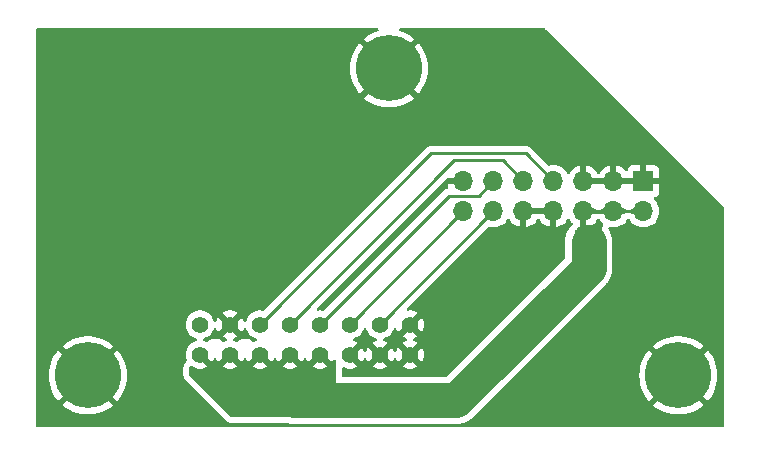
<source format=gtl>
G04 #@! TF.GenerationSoftware,KiCad,Pcbnew,7.0.8-7.0.8~ubuntu22.04.1*
G04 #@! TF.CreationDate,2024-01-26T15:51:07+01:00*
G04 #@! TF.ProjectId,rail,7261696c-2e6b-4696-9361-645f70636258,rev?*
G04 #@! TF.SameCoordinates,Original*
G04 #@! TF.FileFunction,Copper,L1,Top*
G04 #@! TF.FilePolarity,Positive*
%FSLAX46Y46*%
G04 Gerber Fmt 4.6, Leading zero omitted, Abs format (unit mm)*
G04 Created by KiCad (PCBNEW 7.0.8-7.0.8~ubuntu22.04.1) date 2024-01-26 15:51:07*
%MOMM*%
%LPD*%
G01*
G04 APERTURE LIST*
G04 #@! TA.AperFunction,ComponentPad*
%ADD10C,3.600000*%
G04 #@! TD*
G04 #@! TA.AperFunction,ConnectorPad*
%ADD11C,5.600000*%
G04 #@! TD*
G04 #@! TA.AperFunction,ComponentPad*
%ADD12C,1.397000*%
G04 #@! TD*
G04 #@! TA.AperFunction,ComponentPad*
%ADD13R,1.700000X1.700000*%
G04 #@! TD*
G04 #@! TA.AperFunction,ComponentPad*
%ADD14O,1.700000X1.700000*%
G04 #@! TD*
G04 #@! TA.AperFunction,ViaPad*
%ADD15C,0.800000*%
G04 #@! TD*
G04 #@! TA.AperFunction,Conductor*
%ADD16C,0.250000*%
G04 #@! TD*
G04 #@! TA.AperFunction,Conductor*
%ADD17C,3.000000*%
G04 #@! TD*
G04 APERTURE END LIST*
D10*
X107850000Y-50700000D03*
D11*
X107850000Y-50700000D03*
D12*
X109630000Y-72400000D03*
X107090000Y-72400000D03*
X104550000Y-72400000D03*
X102010000Y-72400000D03*
X99470000Y-72400000D03*
X96930000Y-72400000D03*
X94390000Y-72400000D03*
X91850000Y-72400000D03*
X109630000Y-74940000D03*
X107090000Y-74940000D03*
X104550000Y-74940000D03*
X102010000Y-74940000D03*
X99470000Y-74940000D03*
X96930000Y-74940000D03*
X94390000Y-74940000D03*
X91850000Y-74940000D03*
D10*
X132350000Y-76700000D03*
D11*
X132350000Y-76700000D03*
D10*
X82350000Y-76700000D03*
D11*
X82350000Y-76700000D03*
D13*
X129390000Y-60260000D03*
D14*
X129390000Y-62800000D03*
X126850000Y-60260000D03*
X126850000Y-62800000D03*
X124310000Y-60260000D03*
X124310000Y-62800000D03*
X121770000Y-60260000D03*
X121770000Y-62800000D03*
X119230000Y-60260000D03*
X119230000Y-62800000D03*
X116690000Y-60260000D03*
X116690000Y-62800000D03*
X114150000Y-60260000D03*
X114150000Y-62800000D03*
D15*
X79650000Y-63800000D03*
X114350000Y-55200000D03*
X84650000Y-68800000D03*
X79650000Y-68800000D03*
X89650000Y-48800000D03*
X84650000Y-48800000D03*
X128550000Y-71200000D03*
X89650000Y-68800000D03*
X119350000Y-55200000D03*
X89650000Y-58800000D03*
X114350000Y-71100000D03*
X79650000Y-58800000D03*
X94650000Y-68800000D03*
X119350000Y-50200000D03*
X94650000Y-63800000D03*
X133550000Y-66200000D03*
X119350000Y-66100000D03*
X126750000Y-74500000D03*
X133550000Y-71200000D03*
X94650000Y-53800000D03*
X84650000Y-63800000D03*
X89650000Y-53800000D03*
X126750000Y-79500000D03*
X94650000Y-48800000D03*
X79650000Y-53800000D03*
X84650000Y-53800000D03*
X114350000Y-50200000D03*
X121750000Y-74500000D03*
X84650000Y-58800000D03*
X89650000Y-63800000D03*
X128550000Y-66200000D03*
X121750000Y-79500000D03*
X79650000Y-48800000D03*
X112550000Y-74400000D03*
X94650000Y-58800000D03*
D16*
X107090000Y-72400000D02*
X116690000Y-62800000D01*
X104550000Y-72400000D02*
X114150000Y-62800000D01*
X112910000Y-61500000D02*
X115450000Y-61500000D01*
X102010000Y-72400000D02*
X112910000Y-61500000D01*
X115450000Y-61500000D02*
X116690000Y-60260000D01*
X99470000Y-72400000D02*
X113370000Y-58500000D01*
X117470000Y-58500000D02*
X119230000Y-60260000D01*
X113370000Y-58500000D02*
X117470000Y-58500000D01*
X96930000Y-72400000D02*
X111430000Y-57900000D01*
X111430000Y-57900000D02*
X119410000Y-57900000D01*
X119410000Y-57900000D02*
X121770000Y-60260000D01*
D17*
X99850000Y-78800000D02*
X99150000Y-78100000D01*
X124750000Y-67600000D02*
X113550000Y-78800000D01*
X124750000Y-65400000D02*
X124750000Y-67600000D01*
X113550000Y-78800000D02*
X99850000Y-78800000D01*
G04 #@! TA.AperFunction,Conductor*
G36*
X124560000Y-64130633D02*
G01*
X124773483Y-64073433D01*
X124773492Y-64073429D01*
X124987578Y-63973600D01*
X125181082Y-63838105D01*
X125348105Y-63671082D01*
X125478425Y-63484968D01*
X125533002Y-63441344D01*
X125602501Y-63434151D01*
X125664855Y-63465673D01*
X125681575Y-63484968D01*
X125811894Y-63671082D01*
X125955015Y-63814203D01*
X125988500Y-63875526D01*
X125983519Y-63945208D01*
X125934764Y-64075956D01*
X125934761Y-64075967D01*
X125919917Y-64144233D01*
X125919916Y-64144238D01*
X125919916Y-64144240D01*
X125909663Y-64287737D01*
X125927376Y-64369143D01*
X125940254Y-64428327D01*
X125940256Y-64428332D01*
X125948443Y-64450282D01*
X125949821Y-64454418D01*
X125951480Y-64458421D01*
X125976955Y-64526713D01*
X125977022Y-64527662D01*
X126109121Y-64769581D01*
X126116471Y-64785674D01*
X126185008Y-64969428D01*
X126189992Y-64986404D01*
X126231677Y-65178029D01*
X126234195Y-65195540D01*
X126244842Y-65344393D01*
X126245000Y-65348818D01*
X126245000Y-66376000D01*
X126225315Y-66443039D01*
X126172511Y-66488794D01*
X126121000Y-66500000D01*
X125673459Y-66500000D01*
X125606420Y-66480315D01*
X125585778Y-66463681D01*
X123666604Y-64544507D01*
X123633119Y-64483184D01*
X123638103Y-64413492D01*
X123666601Y-64369148D01*
X123730248Y-64305502D01*
X123798058Y-64221354D01*
X123826558Y-64177007D01*
X123829353Y-64171422D01*
X123876958Y-64120283D01*
X123944656Y-64102999D01*
X123972334Y-64107145D01*
X124059999Y-64130634D01*
X124060000Y-64130634D01*
X124060000Y-63235501D01*
X124167685Y-63284680D01*
X124274237Y-63300000D01*
X124345763Y-63300000D01*
X124452315Y-63284680D01*
X124560000Y-63235501D01*
X124560000Y-64130633D01*
G37*
G04 #@! TD.AperFunction*
G04 #@! TA.AperFunction,Conductor*
G36*
X125245634Y-62569685D02*
G01*
X125249721Y-62572427D01*
X125267082Y-62584584D01*
X125267086Y-62584586D01*
X125297545Y-62599984D01*
X125329436Y-62616106D01*
X125329444Y-62616110D01*
X125465781Y-62662087D01*
X125609548Y-62667790D01*
X125679046Y-62660596D01*
X125818591Y-62625568D01*
X125918016Y-62567107D01*
X125980865Y-62550000D01*
X126416314Y-62550000D01*
X126390507Y-62590156D01*
X126350000Y-62728111D01*
X126350000Y-62871889D01*
X126390507Y-63009844D01*
X126416314Y-63050000D01*
X124743686Y-63050000D01*
X124769493Y-63009844D01*
X124810000Y-62871889D01*
X124810000Y-62728111D01*
X124769493Y-62590156D01*
X124743686Y-62550000D01*
X125178595Y-62550000D01*
X125245634Y-62569685D01*
G37*
G04 #@! TD.AperFunction*
G04 #@! TA.AperFunction,Conductor*
G36*
X127785634Y-62569685D02*
G01*
X127789721Y-62572427D01*
X127807082Y-62584584D01*
X127807086Y-62584586D01*
X127837545Y-62599984D01*
X127869436Y-62616106D01*
X127869444Y-62616110D01*
X128005781Y-62662087D01*
X128149548Y-62667790D01*
X128219046Y-62660596D01*
X128358591Y-62625568D01*
X128458016Y-62567107D01*
X128520865Y-62550000D01*
X128956314Y-62550000D01*
X128930507Y-62590156D01*
X128890000Y-62728111D01*
X128890000Y-62871889D01*
X128930507Y-63009844D01*
X128956314Y-63050000D01*
X128521405Y-63050000D01*
X128454366Y-63030315D01*
X128450279Y-63027573D01*
X128432917Y-63015415D01*
X128432913Y-63015413D01*
X128391662Y-62994560D01*
X128370564Y-62983894D01*
X128370556Y-62983890D01*
X128262025Y-62947290D01*
X128234220Y-62937913D01*
X128186296Y-62936012D01*
X128090452Y-62932210D01*
X128090451Y-62932210D01*
X128090450Y-62932210D01*
X128090445Y-62932210D01*
X128020953Y-62939404D01*
X127881411Y-62974431D01*
X127881409Y-62974431D01*
X127881409Y-62974432D01*
X127781983Y-63032892D01*
X127719135Y-63050000D01*
X127283686Y-63050000D01*
X127309493Y-63009844D01*
X127350000Y-62871889D01*
X127350000Y-62728111D01*
X127309493Y-62590156D01*
X127283686Y-62550000D01*
X127718595Y-62550000D01*
X127785634Y-62569685D01*
G37*
G04 #@! TD.AperFunction*
G04 #@! TA.AperFunction,Conductor*
G36*
X122020000Y-64130633D02*
G01*
X122233483Y-64073433D01*
X122233492Y-64073429D01*
X122447578Y-63973600D01*
X122641082Y-63838105D01*
X122808105Y-63671082D01*
X122938119Y-63485405D01*
X122992696Y-63441781D01*
X123062195Y-63434588D01*
X123124549Y-63466110D01*
X123141269Y-63485405D01*
X123271505Y-63671401D01*
X123271506Y-63671402D01*
X123372803Y-63772699D01*
X123406288Y-63834022D01*
X123401304Y-63903714D01*
X123372804Y-63948061D01*
X123234264Y-64086601D01*
X123234254Y-64086612D01*
X123062775Y-64315682D01*
X123062770Y-64315690D01*
X122925635Y-64566833D01*
X122825628Y-64834962D01*
X122764804Y-65114566D01*
X122749500Y-65328552D01*
X122749500Y-66720003D01*
X122729815Y-66787042D01*
X122713181Y-66807684D01*
X112757685Y-76763181D01*
X112696362Y-76796666D01*
X112670004Y-76799500D01*
X103979500Y-76799500D01*
X103912461Y-76779815D01*
X103866706Y-76727011D01*
X103855500Y-76675500D01*
X103855500Y-76137259D01*
X103875185Y-76070220D01*
X103927989Y-76024465D01*
X103997147Y-76014521D01*
X104024294Y-76021633D01*
X104220602Y-76097683D01*
X104438945Y-76138500D01*
X104661055Y-76138500D01*
X104879392Y-76097684D01*
X105086503Y-76017450D01*
X105086509Y-76017447D01*
X105202237Y-75945791D01*
X105202238Y-75945790D01*
X104633398Y-75376950D01*
X104682499Y-75369550D01*
X104803224Y-75311412D01*
X104901450Y-75220272D01*
X104968447Y-75104228D01*
X104986906Y-75023353D01*
X105557788Y-75594235D01*
X105557789Y-75594235D01*
X105573349Y-75573632D01*
X105573350Y-75573629D01*
X105672350Y-75374813D01*
X105672356Y-75374798D01*
X105700734Y-75275061D01*
X105738013Y-75215967D01*
X105801323Y-75186410D01*
X105870562Y-75195772D01*
X105923749Y-75241082D01*
X105939266Y-75275061D01*
X105967643Y-75374798D01*
X105967649Y-75374813D01*
X106066646Y-75573626D01*
X106066651Y-75573634D01*
X106082209Y-75594235D01*
X106650680Y-75025766D01*
X106651749Y-75040028D01*
X106700703Y-75164760D01*
X106784248Y-75269522D01*
X106894960Y-75345004D01*
X107004698Y-75378854D01*
X106437760Y-75945790D01*
X106437761Y-75945791D01*
X106553488Y-76017445D01*
X106553495Y-76017449D01*
X106760607Y-76097684D01*
X106978945Y-76138500D01*
X107201055Y-76138500D01*
X107419392Y-76097684D01*
X107626503Y-76017450D01*
X107626509Y-76017447D01*
X107742237Y-75945791D01*
X107742238Y-75945790D01*
X107173398Y-75376950D01*
X107222499Y-75369550D01*
X107343224Y-75311412D01*
X107441450Y-75220272D01*
X107508447Y-75104228D01*
X107526906Y-75023353D01*
X108097788Y-75594235D01*
X108097789Y-75594235D01*
X108113349Y-75573632D01*
X108113350Y-75573629D01*
X108212350Y-75374813D01*
X108212356Y-75374798D01*
X108240734Y-75275061D01*
X108278013Y-75215967D01*
X108341323Y-75186410D01*
X108410562Y-75195772D01*
X108463749Y-75241082D01*
X108479266Y-75275061D01*
X108507643Y-75374798D01*
X108507649Y-75374813D01*
X108606646Y-75573626D01*
X108606651Y-75573634D01*
X108622209Y-75594235D01*
X109190680Y-75025766D01*
X109191749Y-75040028D01*
X109240703Y-75164760D01*
X109324248Y-75269522D01*
X109434960Y-75345004D01*
X109544698Y-75378854D01*
X108977760Y-75945790D01*
X108977761Y-75945791D01*
X109093488Y-76017445D01*
X109093495Y-76017449D01*
X109300607Y-76097684D01*
X109518945Y-76138500D01*
X109741055Y-76138500D01*
X109959392Y-76097684D01*
X110166503Y-76017450D01*
X110166509Y-76017447D01*
X110282237Y-75945791D01*
X110282238Y-75945790D01*
X109713398Y-75376950D01*
X109762499Y-75369550D01*
X109883224Y-75311412D01*
X109981450Y-75220272D01*
X110048447Y-75104228D01*
X110066906Y-75023353D01*
X110637788Y-75594235D01*
X110637789Y-75594235D01*
X110653349Y-75573632D01*
X110653350Y-75573629D01*
X110752350Y-75374813D01*
X110752356Y-75374798D01*
X110813139Y-75161168D01*
X110813140Y-75161166D01*
X110833634Y-74940000D01*
X110833634Y-74939999D01*
X110813140Y-74718833D01*
X110813139Y-74718831D01*
X110752356Y-74505201D01*
X110752350Y-74505186D01*
X110653351Y-74306370D01*
X110653349Y-74306367D01*
X110637788Y-74285762D01*
X110069319Y-74854232D01*
X110068251Y-74839972D01*
X110019297Y-74715240D01*
X109935752Y-74610478D01*
X109825040Y-74534996D01*
X109715301Y-74501145D01*
X110282238Y-73934208D01*
X110166503Y-73862550D01*
X110166504Y-73862550D01*
X109967941Y-73785627D01*
X109912540Y-73743054D01*
X109888949Y-73677287D01*
X109904660Y-73609207D01*
X109954684Y-73560428D01*
X109967941Y-73554373D01*
X110166503Y-73477450D01*
X110166509Y-73477447D01*
X110282237Y-73405791D01*
X110282238Y-73405790D01*
X109713398Y-72836950D01*
X109762499Y-72829550D01*
X109883224Y-72771412D01*
X109981450Y-72680272D01*
X110048447Y-72564228D01*
X110066906Y-72483353D01*
X110637788Y-73054235D01*
X110637789Y-73054235D01*
X110653349Y-73033632D01*
X110653350Y-73033629D01*
X110752350Y-72834813D01*
X110752356Y-72834798D01*
X110813139Y-72621168D01*
X110813140Y-72621166D01*
X110833634Y-72400000D01*
X110833634Y-72399999D01*
X110813140Y-72178833D01*
X110813139Y-72178831D01*
X110752356Y-71965201D01*
X110752350Y-71965186D01*
X110653351Y-71766370D01*
X110653349Y-71766367D01*
X110637788Y-71745762D01*
X110069319Y-72314232D01*
X110068251Y-72299972D01*
X110019297Y-72175240D01*
X109935752Y-72070478D01*
X109825040Y-71994996D01*
X109715301Y-71961145D01*
X110282238Y-71394208D01*
X110166503Y-71322550D01*
X110166504Y-71322550D01*
X109959392Y-71242315D01*
X109741055Y-71201500D01*
X109518941Y-71201500D01*
X109487185Y-71207436D01*
X109417670Y-71200404D01*
X109362992Y-71156906D01*
X109340511Y-71090752D01*
X109357365Y-71022945D01*
X109376713Y-70997875D01*
X116234354Y-64140235D01*
X116295675Y-64106752D01*
X116354123Y-64108142D01*
X116454592Y-64135063D01*
X116642918Y-64151539D01*
X116689999Y-64155659D01*
X116690000Y-64155659D01*
X116690001Y-64155659D01*
X116729234Y-64152226D01*
X116925408Y-64135063D01*
X117153663Y-64073903D01*
X117367830Y-63974035D01*
X117561401Y-63838495D01*
X117728495Y-63671401D01*
X117858730Y-63485405D01*
X117913307Y-63441781D01*
X117982805Y-63434587D01*
X118045160Y-63466110D01*
X118061879Y-63485405D01*
X118191890Y-63671078D01*
X118358917Y-63838105D01*
X118552421Y-63973600D01*
X118766507Y-64073429D01*
X118766516Y-64073433D01*
X118980000Y-64130634D01*
X118980000Y-63235501D01*
X119087685Y-63284680D01*
X119194237Y-63300000D01*
X119265763Y-63300000D01*
X119372315Y-63284680D01*
X119480000Y-63235501D01*
X119480000Y-64130633D01*
X119693483Y-64073433D01*
X119693492Y-64073429D01*
X119907578Y-63973600D01*
X120101082Y-63838105D01*
X120268105Y-63671082D01*
X120398425Y-63484968D01*
X120453002Y-63441344D01*
X120522501Y-63434151D01*
X120584855Y-63465673D01*
X120601575Y-63484968D01*
X120731894Y-63671082D01*
X120898917Y-63838105D01*
X121092421Y-63973600D01*
X121306507Y-64073429D01*
X121306516Y-64073433D01*
X121520000Y-64130634D01*
X121520000Y-63235501D01*
X121627685Y-63284680D01*
X121734237Y-63300000D01*
X121805763Y-63300000D01*
X121912315Y-63284680D01*
X122020000Y-63235501D01*
X122020000Y-64130633D01*
G37*
G04 #@! TD.AperFunction*
G04 #@! TA.AperFunction,Conductor*
G36*
X105870562Y-72657601D02*
G01*
X105923749Y-72702911D01*
X105939266Y-72736890D01*
X105967174Y-72834979D01*
X105967180Y-72834994D01*
X106066222Y-73033896D01*
X106200133Y-73211224D01*
X106364344Y-73360921D01*
X106364346Y-73360923D01*
X106553266Y-73477897D01*
X106553272Y-73477900D01*
X106592684Y-73493168D01*
X106751367Y-73554642D01*
X106806766Y-73597214D01*
X106830357Y-73662981D01*
X106814646Y-73731061D01*
X106764622Y-73779840D01*
X106751365Y-73785894D01*
X106553506Y-73862545D01*
X106553494Y-73862551D01*
X106437760Y-73934208D01*
X107006602Y-74503049D01*
X106957501Y-74510450D01*
X106836776Y-74568588D01*
X106738550Y-74659728D01*
X106671553Y-74775772D01*
X106653093Y-74856645D01*
X106082210Y-74285762D01*
X106066651Y-74306367D01*
X106066646Y-74306374D01*
X105967649Y-74505186D01*
X105967644Y-74505199D01*
X105939266Y-74604939D01*
X105901987Y-74664032D01*
X105838677Y-74693589D01*
X105769437Y-74684227D01*
X105716251Y-74638917D01*
X105700734Y-74604939D01*
X105672355Y-74505199D01*
X105672350Y-74505186D01*
X105573351Y-74306370D01*
X105573349Y-74306367D01*
X105557788Y-74285762D01*
X104989319Y-74854232D01*
X104988251Y-74839972D01*
X104939297Y-74715240D01*
X104855752Y-74610478D01*
X104745040Y-74534996D01*
X104635301Y-74501145D01*
X105202238Y-73934208D01*
X105086503Y-73862550D01*
X105086495Y-73862546D01*
X104888634Y-73785894D01*
X104833232Y-73743322D01*
X104809642Y-73677555D01*
X104825353Y-73609474D01*
X104875377Y-73560696D01*
X104888615Y-73554649D01*
X105086730Y-73477899D01*
X105275655Y-73360922D01*
X105439868Y-73211222D01*
X105573778Y-73033896D01*
X105672824Y-72834984D01*
X105700734Y-72736889D01*
X105738013Y-72677796D01*
X105801323Y-72648239D01*
X105870562Y-72657601D01*
G37*
G04 #@! TD.AperFunction*
G04 #@! TA.AperFunction,Conductor*
G36*
X109191749Y-72500028D02*
G01*
X109240703Y-72624760D01*
X109324248Y-72729522D01*
X109434960Y-72805004D01*
X109544698Y-72838854D01*
X108977760Y-73405790D01*
X108977761Y-73405791D01*
X109093488Y-73477445D01*
X109093495Y-73477449D01*
X109292058Y-73554373D01*
X109347460Y-73596946D01*
X109371050Y-73662713D01*
X109355339Y-73730794D01*
X109305315Y-73779572D01*
X109292058Y-73785627D01*
X109093497Y-73862549D01*
X109093494Y-73862551D01*
X108977760Y-73934208D01*
X109546602Y-74503049D01*
X109497501Y-74510450D01*
X109376776Y-74568588D01*
X109278550Y-74659728D01*
X109211553Y-74775772D01*
X109193093Y-74856645D01*
X108622210Y-74285762D01*
X108606651Y-74306367D01*
X108606646Y-74306374D01*
X108507649Y-74505186D01*
X108507644Y-74505199D01*
X108479266Y-74604939D01*
X108441987Y-74664032D01*
X108378677Y-74693589D01*
X108309437Y-74684227D01*
X108256251Y-74638917D01*
X108240734Y-74604939D01*
X108212355Y-74505199D01*
X108212350Y-74505186D01*
X108113351Y-74306370D01*
X108113349Y-74306367D01*
X108097788Y-74285762D01*
X107529319Y-74854232D01*
X107528251Y-74839972D01*
X107479297Y-74715240D01*
X107395752Y-74610478D01*
X107285040Y-74534996D01*
X107175301Y-74501145D01*
X107742238Y-73934208D01*
X107626503Y-73862550D01*
X107626495Y-73862546D01*
X107428634Y-73785894D01*
X107373232Y-73743322D01*
X107349642Y-73677555D01*
X107365353Y-73609474D01*
X107415377Y-73560696D01*
X107428615Y-73554649D01*
X107626730Y-73477899D01*
X107815655Y-73360922D01*
X107979868Y-73211222D01*
X108113778Y-73033896D01*
X108212824Y-72834984D01*
X108240994Y-72735975D01*
X108278273Y-72676883D01*
X108341583Y-72647325D01*
X108410822Y-72656687D01*
X108464009Y-72701997D01*
X108479526Y-72735975D01*
X108507644Y-72834800D01*
X108507649Y-72834813D01*
X108606646Y-73033626D01*
X108606651Y-73033634D01*
X108622209Y-73054235D01*
X109190680Y-72485765D01*
X109191749Y-72500028D01*
G37*
G04 #@! TD.AperFunction*
G04 #@! TA.AperFunction,Conductor*
G36*
X93951749Y-72500028D02*
G01*
X94000703Y-72624760D01*
X94084248Y-72729522D01*
X94194960Y-72805004D01*
X94304698Y-72838854D01*
X93737760Y-73405790D01*
X93737761Y-73405791D01*
X93853488Y-73477445D01*
X93853495Y-73477449D01*
X94051365Y-73554104D01*
X94106766Y-73596677D01*
X94130357Y-73662444D01*
X94114646Y-73730524D01*
X94064622Y-73779303D01*
X94051365Y-73785357D01*
X93884405Y-73850038D01*
X93814782Y-73855901D01*
X93753042Y-73823191D01*
X93745897Y-73815613D01*
X93722541Y-73788658D01*
X93722538Y-73788655D01*
X93722536Y-73788653D01*
X93613802Y-73694433D01*
X93613799Y-73694431D01*
X93613797Y-73694430D01*
X93482931Y-73634664D01*
X93482926Y-73634662D01*
X93482925Y-73634662D01*
X93460324Y-73628025D01*
X93415891Y-73614978D01*
X93415885Y-73614976D01*
X93330432Y-73602690D01*
X93273466Y-73594500D01*
X92966534Y-73594500D01*
X92966532Y-73594500D01*
X92840497Y-73610464D01*
X92840483Y-73610467D01*
X92780617Y-73625881D01*
X92780613Y-73625882D01*
X92780611Y-73625883D01*
X92687448Y-73662877D01*
X92662534Y-73672770D01*
X92547714Y-73759476D01*
X92547713Y-73759476D01*
X92513145Y-73794336D01*
X92498516Y-73809088D01*
X92498512Y-73809092D01*
X92498508Y-73809096D01*
X92495541Y-73812536D01*
X92494518Y-73811653D01*
X92443512Y-73850157D01*
X92373841Y-73855421D01*
X92354918Y-73849777D01*
X92337559Y-73843052D01*
X92189322Y-73785624D01*
X92133925Y-73743054D01*
X92110334Y-73677287D01*
X92126045Y-73609207D01*
X92176069Y-73560428D01*
X92189308Y-73554380D01*
X92386730Y-73477899D01*
X92575655Y-73360922D01*
X92739868Y-73211222D01*
X92873778Y-73033896D01*
X92972824Y-72834984D01*
X93000994Y-72735975D01*
X93038273Y-72676883D01*
X93101583Y-72647325D01*
X93170822Y-72656687D01*
X93224009Y-72701997D01*
X93239526Y-72735975D01*
X93267644Y-72834800D01*
X93267649Y-72834813D01*
X93366646Y-73033626D01*
X93366651Y-73033634D01*
X93382209Y-73054235D01*
X93950680Y-72485766D01*
X93951749Y-72500028D01*
G37*
G04 #@! TD.AperFunction*
G04 #@! TA.AperFunction,Conductor*
G36*
X95397788Y-73054235D02*
G01*
X95397789Y-73054235D01*
X95413349Y-73033632D01*
X95413350Y-73033629D01*
X95512350Y-72834813D01*
X95512352Y-72834808D01*
X95540472Y-72735976D01*
X95577751Y-72676883D01*
X95641061Y-72647325D01*
X95710301Y-72656687D01*
X95763487Y-72701996D01*
X95779005Y-72735975D01*
X95807175Y-72834981D01*
X95807180Y-72834994D01*
X95906222Y-73033896D01*
X96040133Y-73211224D01*
X96204344Y-73360921D01*
X96204346Y-73360923D01*
X96393266Y-73477897D01*
X96393272Y-73477900D01*
X96435693Y-73494333D01*
X96590675Y-73554374D01*
X96646074Y-73596946D01*
X96669665Y-73662713D01*
X96653954Y-73730793D01*
X96603930Y-73779572D01*
X96590684Y-73785621D01*
X96493708Y-73823191D01*
X96424405Y-73850039D01*
X96354781Y-73855901D01*
X96293041Y-73823191D01*
X96285897Y-73815613D01*
X96262541Y-73788658D01*
X96262538Y-73788655D01*
X96262536Y-73788653D01*
X96153802Y-73694433D01*
X96153799Y-73694431D01*
X96153797Y-73694430D01*
X96022931Y-73634664D01*
X96022926Y-73634662D01*
X96022925Y-73634662D01*
X96000324Y-73628025D01*
X95955891Y-73614978D01*
X95955885Y-73614976D01*
X95870432Y-73602690D01*
X95813466Y-73594500D01*
X95506534Y-73594500D01*
X95506532Y-73594500D01*
X95380497Y-73610464D01*
X95380483Y-73610467D01*
X95320617Y-73625881D01*
X95320613Y-73625882D01*
X95320611Y-73625883D01*
X95227448Y-73662877D01*
X95202534Y-73672770D01*
X95087714Y-73759476D01*
X95087713Y-73759476D01*
X95053145Y-73794336D01*
X95038516Y-73809088D01*
X95038512Y-73809092D01*
X95038508Y-73809096D01*
X95035541Y-73812536D01*
X95034518Y-73811653D01*
X94983512Y-73850157D01*
X94913841Y-73855421D01*
X94894918Y-73849777D01*
X94877559Y-73843052D01*
X94728633Y-73785357D01*
X94673232Y-73742785D01*
X94649642Y-73677018D01*
X94665353Y-73608937D01*
X94715377Y-73560159D01*
X94728635Y-73554104D01*
X94926500Y-73477451D01*
X94926509Y-73477447D01*
X95042237Y-73405791D01*
X95042238Y-73405790D01*
X94473398Y-72836950D01*
X94522499Y-72829550D01*
X94643224Y-72771412D01*
X94741450Y-72680272D01*
X94808447Y-72564228D01*
X94826906Y-72483353D01*
X95397788Y-73054235D01*
G37*
G04 #@! TD.AperFunction*
G04 #@! TA.AperFunction,Conductor*
G36*
X113690507Y-60050156D02*
G01*
X113650000Y-60188111D01*
X113650000Y-60331889D01*
X113690507Y-60469844D01*
X113716314Y-60510000D01*
X112819364Y-60510000D01*
X112877970Y-60728720D01*
X112876165Y-60729203D01*
X112880067Y-60790672D01*
X112846092Y-60851725D01*
X112793700Y-60882425D01*
X112792123Y-60882883D01*
X112773079Y-60886825D01*
X112753211Y-60889334D01*
X112709884Y-60906488D01*
X112704358Y-60908379D01*
X112659614Y-60921379D01*
X112659610Y-60921381D01*
X112642366Y-60931579D01*
X112624905Y-60940133D01*
X112606274Y-60947510D01*
X112606262Y-60947517D01*
X112568570Y-60974902D01*
X112563687Y-60978109D01*
X112523580Y-61001829D01*
X112509414Y-61015995D01*
X112494624Y-61028627D01*
X112478414Y-61040404D01*
X112478411Y-61040407D01*
X112448710Y-61076309D01*
X112444777Y-61080631D01*
X102338607Y-71186800D01*
X102277284Y-71220285D01*
X102228142Y-71221008D01*
X102179972Y-71212004D01*
X102121104Y-71201000D01*
X101898896Y-71201000D01*
X101898892Y-71201000D01*
X101867811Y-71206810D01*
X101798297Y-71199778D01*
X101743619Y-71156279D01*
X101721138Y-71090125D01*
X101737992Y-71022318D01*
X101757344Y-70997244D01*
X112708272Y-60046317D01*
X112769593Y-60012834D01*
X112795951Y-60010000D01*
X113716314Y-60010000D01*
X113690507Y-60050156D01*
G37*
G04 #@! TD.AperFunction*
G04 #@! TA.AperFunction,Conductor*
G36*
X121310507Y-62590156D02*
G01*
X121270000Y-62728111D01*
X121270000Y-62871889D01*
X121310507Y-63009844D01*
X121336314Y-63050000D01*
X119663686Y-63050000D01*
X119689493Y-63009844D01*
X119730000Y-62871889D01*
X119730000Y-62728111D01*
X119689493Y-62590156D01*
X119663686Y-62550000D01*
X121336314Y-62550000D01*
X121310507Y-62590156D01*
G37*
G04 #@! TD.AperFunction*
G04 #@! TA.AperFunction,Conductor*
G36*
X126390507Y-60050156D02*
G01*
X126350000Y-60188111D01*
X126350000Y-60331889D01*
X126390507Y-60469844D01*
X126416314Y-60510000D01*
X124743686Y-60510000D01*
X124769493Y-60469844D01*
X124810000Y-60331889D01*
X124810000Y-60188111D01*
X124769493Y-60050156D01*
X124743686Y-60010000D01*
X126416314Y-60010000D01*
X126390507Y-60050156D01*
G37*
G04 #@! TD.AperFunction*
G04 #@! TA.AperFunction,Conductor*
G36*
X128930507Y-60050156D02*
G01*
X128890000Y-60188111D01*
X128890000Y-60331889D01*
X128930507Y-60469844D01*
X128956314Y-60510000D01*
X127283686Y-60510000D01*
X127309493Y-60469844D01*
X127350000Y-60331889D01*
X127350000Y-60188111D01*
X127309493Y-60050156D01*
X127283686Y-60010000D01*
X128956314Y-60010000D01*
X128930507Y-60050156D01*
G37*
G04 #@! TD.AperFunction*
G04 #@! TA.AperFunction,Conductor*
G36*
X106916454Y-47319685D02*
G01*
X106962209Y-47372489D01*
X106972153Y-47441647D01*
X106943128Y-47505203D01*
X106889008Y-47541509D01*
X106626744Y-47629876D01*
X106626739Y-47629877D01*
X106301990Y-47780123D01*
X105995370Y-47964609D01*
X105995367Y-47964611D01*
X105710491Y-48181166D01*
X105697256Y-48193703D01*
X105697255Y-48193703D01*
X106905819Y-49402266D01*
X106715130Y-49565130D01*
X106552266Y-49755818D01*
X105346442Y-48549994D01*
X105346441Y-48549995D01*
X105219040Y-48699983D01*
X105219033Y-48699993D01*
X105018218Y-48996172D01*
X104850606Y-49312322D01*
X104850597Y-49312340D01*
X104718149Y-49644760D01*
X104718147Y-49644767D01*
X104622421Y-49989542D01*
X104622415Y-49989568D01*
X104564527Y-50342668D01*
X104564526Y-50342685D01*
X104545153Y-50699997D01*
X104545153Y-50700002D01*
X104564526Y-51057314D01*
X104564527Y-51057331D01*
X104622415Y-51410431D01*
X104622421Y-51410457D01*
X104718147Y-51755232D01*
X104718149Y-51755239D01*
X104850597Y-52087659D01*
X104850606Y-52087677D01*
X105018218Y-52403827D01*
X105219033Y-52700007D01*
X105346441Y-52850003D01*
X105346442Y-52850004D01*
X106552266Y-51644180D01*
X106715130Y-51834870D01*
X106905818Y-51997732D01*
X105697255Y-53206295D01*
X105697256Y-53206296D01*
X105710485Y-53218828D01*
X105710486Y-53218829D01*
X105995367Y-53435388D01*
X105995370Y-53435390D01*
X106301990Y-53619876D01*
X106626739Y-53770122D01*
X106626744Y-53770123D01*
X106965855Y-53884383D01*
X107315339Y-53961311D01*
X107671075Y-53999999D01*
X107671085Y-54000000D01*
X108028915Y-54000000D01*
X108028924Y-53999999D01*
X108384660Y-53961311D01*
X108734144Y-53884383D01*
X109073255Y-53770123D01*
X109073260Y-53770122D01*
X109398009Y-53619876D01*
X109704629Y-53435390D01*
X109704632Y-53435388D01*
X109989504Y-53218836D01*
X110002742Y-53206294D01*
X108794180Y-51997733D01*
X108984870Y-51834870D01*
X109147733Y-51644180D01*
X110353556Y-52850003D01*
X110480964Y-52700008D01*
X110480975Y-52699994D01*
X110681781Y-52403827D01*
X110849393Y-52087677D01*
X110849402Y-52087659D01*
X110981850Y-51755239D01*
X110981852Y-51755232D01*
X111077578Y-51410457D01*
X111077584Y-51410431D01*
X111135472Y-51057331D01*
X111135473Y-51057314D01*
X111154847Y-50700002D01*
X111154847Y-50699997D01*
X111135473Y-50342685D01*
X111135472Y-50342668D01*
X111077584Y-49989568D01*
X111077578Y-49989542D01*
X110981852Y-49644767D01*
X110981850Y-49644760D01*
X110849402Y-49312340D01*
X110849393Y-49312322D01*
X110681781Y-48996172D01*
X110480966Y-48699992D01*
X110353557Y-48549995D01*
X110353556Y-48549994D01*
X109147732Y-49755818D01*
X108984870Y-49565130D01*
X108794180Y-49402266D01*
X110002743Y-48193703D01*
X110002742Y-48193702D01*
X109989514Y-48181171D01*
X109989513Y-48181170D01*
X109704632Y-47964611D01*
X109704629Y-47964609D01*
X109398009Y-47780123D01*
X109073260Y-47629877D01*
X109073255Y-47629876D01*
X108810992Y-47541509D01*
X108753747Y-47501449D01*
X108727247Y-47436800D01*
X108739907Y-47368086D01*
X108787706Y-47317125D01*
X108850585Y-47300000D01*
X120998638Y-47300000D01*
X121065677Y-47319685D01*
X121086319Y-47336319D01*
X136213681Y-62463681D01*
X136247166Y-62525004D01*
X136250000Y-62551362D01*
X136250000Y-80976000D01*
X136230315Y-81043039D01*
X136177511Y-81088794D01*
X136126000Y-81100000D01*
X78074000Y-81100000D01*
X78006961Y-81080315D01*
X77961206Y-81027511D01*
X77950000Y-80976000D01*
X77950000Y-76700002D01*
X79045153Y-76700002D01*
X79064526Y-77057314D01*
X79064527Y-77057331D01*
X79122415Y-77410431D01*
X79122421Y-77410457D01*
X79218147Y-77755232D01*
X79218149Y-77755239D01*
X79350597Y-78087659D01*
X79350606Y-78087677D01*
X79518218Y-78403827D01*
X79719033Y-78700007D01*
X79846441Y-78850003D01*
X79846442Y-78850004D01*
X81052266Y-77644180D01*
X81215130Y-77834870D01*
X81405818Y-77997732D01*
X80197255Y-79206295D01*
X80197256Y-79206296D01*
X80210485Y-79218828D01*
X80210486Y-79218829D01*
X80495367Y-79435388D01*
X80495370Y-79435390D01*
X80801990Y-79619876D01*
X81126739Y-79770122D01*
X81126744Y-79770123D01*
X81465855Y-79884383D01*
X81815339Y-79961311D01*
X82171075Y-79999999D01*
X82171085Y-80000000D01*
X82528915Y-80000000D01*
X82528924Y-79999999D01*
X82884660Y-79961311D01*
X83234144Y-79884383D01*
X83573255Y-79770123D01*
X83573260Y-79770122D01*
X83898009Y-79619876D01*
X84204629Y-79435390D01*
X84204632Y-79435388D01*
X84489504Y-79218836D01*
X84502742Y-79206294D01*
X83294180Y-77997733D01*
X83484870Y-77834870D01*
X83647733Y-77644180D01*
X84853556Y-78850003D01*
X84980964Y-78700008D01*
X84980975Y-78699994D01*
X85181781Y-78403827D01*
X85349393Y-78087677D01*
X85349402Y-78087659D01*
X85481850Y-77755239D01*
X85481852Y-77755232D01*
X85577578Y-77410457D01*
X85577584Y-77410431D01*
X85635472Y-77057331D01*
X85635473Y-77057314D01*
X85654847Y-76700002D01*
X85654847Y-76699997D01*
X85652796Y-76662173D01*
X90444500Y-76662173D01*
X90445950Y-76689227D01*
X90445950Y-76689228D01*
X90450231Y-76729036D01*
X90458885Y-76782445D01*
X90458885Y-76782447D01*
X90464189Y-76796666D01*
X90509168Y-76917257D01*
X90542653Y-76978580D01*
X90628877Y-77093761D01*
X90628881Y-77093765D01*
X90628886Y-77093771D01*
X94065819Y-80530704D01*
X94065820Y-80530704D01*
X94085956Y-80548791D01*
X94085955Y-80548791D01*
X94117139Y-80573920D01*
X94117142Y-80573922D01*
X94161026Y-80605567D01*
X94291903Y-80665338D01*
X94334675Y-80677897D01*
X94358937Y-80685022D01*
X94358942Y-80685023D01*
X94358946Y-80685024D01*
X94501362Y-80705500D01*
X99211992Y-80705500D01*
X99255324Y-80713318D01*
X99269945Y-80718770D01*
X99284954Y-80724369D01*
X99284956Y-80724369D01*
X99284961Y-80724371D01*
X99319199Y-80731818D01*
X99352805Y-80739129D01*
X99357069Y-80740217D01*
X99423677Y-80759775D01*
X99492384Y-80769653D01*
X99496707Y-80770432D01*
X99564572Y-80785196D01*
X99633829Y-80790148D01*
X99638207Y-80790618D01*
X99706921Y-80800499D01*
X99778527Y-80800499D01*
X99778549Y-80800499D01*
X99778552Y-80800500D01*
X99778555Y-80800500D01*
X113693076Y-80800500D01*
X113693079Y-80800500D01*
X113761804Y-80790618D01*
X113766177Y-80790148D01*
X113835428Y-80785196D01*
X113903297Y-80770431D01*
X113907604Y-80769654D01*
X113976322Y-80759775D01*
X114042911Y-80740222D01*
X114047195Y-80739127D01*
X114115046Y-80724369D01*
X114180106Y-80700102D01*
X114184272Y-80698715D01*
X114250888Y-80679156D01*
X114314057Y-80650306D01*
X114318083Y-80648639D01*
X114383161Y-80624367D01*
X114444093Y-80591094D01*
X114448036Y-80589121D01*
X114511187Y-80560282D01*
X114569615Y-80522731D01*
X114573380Y-80520498D01*
X114634315Y-80487226D01*
X114689882Y-80445627D01*
X114693509Y-80443109D01*
X114751917Y-80405574D01*
X114804388Y-80360106D01*
X114807823Y-80357339D01*
X114863395Y-80315739D01*
X115065739Y-80113395D01*
X115124298Y-80054836D01*
X115124311Y-80054821D01*
X118479131Y-76700002D01*
X129045153Y-76700002D01*
X129064526Y-77057314D01*
X129064527Y-77057331D01*
X129122415Y-77410431D01*
X129122421Y-77410457D01*
X129218147Y-77755232D01*
X129218149Y-77755239D01*
X129350597Y-78087659D01*
X129350606Y-78087677D01*
X129518218Y-78403827D01*
X129719033Y-78700007D01*
X129846441Y-78850003D01*
X129846442Y-78850004D01*
X131052266Y-77644180D01*
X131215130Y-77834870D01*
X131405818Y-77997732D01*
X130197255Y-79206295D01*
X130197256Y-79206296D01*
X130210485Y-79218828D01*
X130210486Y-79218829D01*
X130495367Y-79435388D01*
X130495370Y-79435390D01*
X130801990Y-79619876D01*
X131126739Y-79770122D01*
X131126744Y-79770123D01*
X131465855Y-79884383D01*
X131815339Y-79961311D01*
X132171075Y-79999999D01*
X132171085Y-80000000D01*
X132528915Y-80000000D01*
X132528924Y-79999999D01*
X132884660Y-79961311D01*
X133234144Y-79884383D01*
X133573255Y-79770123D01*
X133573260Y-79770122D01*
X133898009Y-79619876D01*
X134204629Y-79435390D01*
X134204632Y-79435388D01*
X134489504Y-79218836D01*
X134502742Y-79206294D01*
X133294180Y-77997733D01*
X133484870Y-77834870D01*
X133647733Y-77644180D01*
X134853556Y-78850003D01*
X134980964Y-78700008D01*
X134980975Y-78699994D01*
X135181781Y-78403827D01*
X135349393Y-78087677D01*
X135349402Y-78087659D01*
X135481850Y-77755239D01*
X135481852Y-77755232D01*
X135577578Y-77410457D01*
X135577584Y-77410431D01*
X135635472Y-77057331D01*
X135635473Y-77057314D01*
X135654847Y-76700002D01*
X135654847Y-76699997D01*
X135635473Y-76342685D01*
X135635472Y-76342668D01*
X135577584Y-75989568D01*
X135577578Y-75989542D01*
X135481852Y-75644767D01*
X135481850Y-75644760D01*
X135349402Y-75312340D01*
X135349393Y-75312322D01*
X135181781Y-74996172D01*
X134980966Y-74699992D01*
X134853557Y-74549995D01*
X134853556Y-74549994D01*
X133647732Y-75755818D01*
X133484870Y-75565130D01*
X133294180Y-75402266D01*
X134502743Y-74193703D01*
X134502742Y-74193702D01*
X134489514Y-74181171D01*
X134489513Y-74181170D01*
X134204632Y-73964611D01*
X134204629Y-73964609D01*
X133898009Y-73780123D01*
X133573260Y-73629877D01*
X133573255Y-73629876D01*
X133234144Y-73515616D01*
X132884660Y-73438688D01*
X132528924Y-73400000D01*
X132171075Y-73400000D01*
X131815339Y-73438688D01*
X131465855Y-73515616D01*
X131126744Y-73629876D01*
X131126739Y-73629877D01*
X130801990Y-73780123D01*
X130495370Y-73964609D01*
X130495367Y-73964611D01*
X130210491Y-74181166D01*
X130197256Y-74193703D01*
X130197255Y-74193703D01*
X131405819Y-75402266D01*
X131215130Y-75565130D01*
X131052266Y-75755818D01*
X129846442Y-74549994D01*
X129846441Y-74549995D01*
X129719040Y-74699983D01*
X129719033Y-74699993D01*
X129518218Y-74996172D01*
X129350606Y-75312322D01*
X129350597Y-75312340D01*
X129218149Y-75644760D01*
X129218147Y-75644767D01*
X129122421Y-75989542D01*
X129122415Y-75989568D01*
X129064527Y-76342668D01*
X129064526Y-76342685D01*
X129045153Y-76699997D01*
X129045153Y-76700002D01*
X118479131Y-76700002D01*
X126215089Y-68964046D01*
X126215089Y-68964045D01*
X126215987Y-68963148D01*
X126216010Y-68963122D01*
X126265739Y-68913395D01*
X126307341Y-68857819D01*
X126310110Y-68854384D01*
X126313554Y-68850409D01*
X126355574Y-68801917D01*
X126393105Y-68743516D01*
X126395616Y-68739898D01*
X126437226Y-68684315D01*
X126470495Y-68623387D01*
X126472747Y-68619589D01*
X126510282Y-68561186D01*
X126539119Y-68498038D01*
X126541086Y-68494108D01*
X126574367Y-68433161D01*
X126598631Y-68368105D01*
X126600305Y-68364061D01*
X126629156Y-68300888D01*
X126648719Y-68234260D01*
X126650097Y-68230120D01*
X126674369Y-68165046D01*
X126689126Y-68097205D01*
X126690221Y-68092918D01*
X126709775Y-68026324D01*
X126709776Y-68026322D01*
X126719656Y-67957591D01*
X126720431Y-67953295D01*
X126735196Y-67885428D01*
X126740147Y-67816186D01*
X126740619Y-67811794D01*
X126750500Y-67743076D01*
X126750500Y-65328552D01*
X126735196Y-65114572D01*
X126674369Y-64834954D01*
X126574367Y-64566839D01*
X126437226Y-64315685D01*
X126437224Y-64315682D01*
X126434835Y-64311965D01*
X126436075Y-64311167D01*
X126413873Y-64251650D01*
X126428719Y-64183376D01*
X126478121Y-64133967D01*
X126546393Y-64119110D01*
X126569638Y-64123017D01*
X126614592Y-64135063D01*
X126802918Y-64151539D01*
X126849999Y-64155659D01*
X126850000Y-64155659D01*
X126850001Y-64155659D01*
X126889234Y-64152226D01*
X127085408Y-64135063D01*
X127313663Y-64073903D01*
X127527830Y-63974035D01*
X127721401Y-63838495D01*
X127888495Y-63671401D01*
X128018425Y-63485842D01*
X128073002Y-63442217D01*
X128142500Y-63435023D01*
X128204855Y-63466546D01*
X128221575Y-63485842D01*
X128351500Y-63671395D01*
X128351505Y-63671401D01*
X128518599Y-63838495D01*
X128583960Y-63884261D01*
X128712165Y-63974032D01*
X128712167Y-63974033D01*
X128712170Y-63974035D01*
X128926337Y-64073903D01*
X129154592Y-64135063D01*
X129342918Y-64151539D01*
X129389999Y-64155659D01*
X129390000Y-64155659D01*
X129390001Y-64155659D01*
X129429234Y-64152226D01*
X129625408Y-64135063D01*
X129853663Y-64073903D01*
X130067830Y-63974035D01*
X130261401Y-63838495D01*
X130428495Y-63671401D01*
X130564035Y-63477830D01*
X130663903Y-63263663D01*
X130725063Y-63035408D01*
X130745659Y-62800000D01*
X130725063Y-62564592D01*
X130663903Y-62336337D01*
X130564035Y-62122171D01*
X130558730Y-62114595D01*
X130428496Y-61928600D01*
X130428490Y-61928594D01*
X130306179Y-61806283D01*
X130272696Y-61744963D01*
X130277680Y-61675271D01*
X130319551Y-61619337D01*
X130350529Y-61602422D01*
X130482086Y-61553354D01*
X130482093Y-61553350D01*
X130597187Y-61467190D01*
X130597190Y-61467187D01*
X130683350Y-61352093D01*
X130683354Y-61352086D01*
X130733596Y-61217379D01*
X130733598Y-61217372D01*
X130739999Y-61157844D01*
X130740000Y-61157827D01*
X130740000Y-60510000D01*
X129823686Y-60510000D01*
X129849493Y-60469844D01*
X129890000Y-60331889D01*
X129890000Y-60188111D01*
X129849493Y-60050156D01*
X129823686Y-60010000D01*
X130740000Y-60010000D01*
X130740000Y-59362172D01*
X130739999Y-59362155D01*
X130733598Y-59302627D01*
X130733596Y-59302620D01*
X130683354Y-59167913D01*
X130683350Y-59167906D01*
X130597190Y-59052812D01*
X130597187Y-59052809D01*
X130482093Y-58966649D01*
X130482086Y-58966645D01*
X130347379Y-58916403D01*
X130347372Y-58916401D01*
X130287844Y-58910000D01*
X129640000Y-58910000D01*
X129640000Y-59824498D01*
X129532315Y-59775320D01*
X129425763Y-59760000D01*
X129354237Y-59760000D01*
X129247685Y-59775320D01*
X129140000Y-59824498D01*
X129140000Y-58910000D01*
X128492155Y-58910000D01*
X128432627Y-58916401D01*
X128432620Y-58916403D01*
X128297913Y-58966645D01*
X128297906Y-58966649D01*
X128182812Y-59052809D01*
X128182809Y-59052812D01*
X128096649Y-59167906D01*
X128096646Y-59167911D01*
X128047385Y-59299987D01*
X128005513Y-59355920D01*
X127940049Y-59380337D01*
X127871776Y-59365485D01*
X127843522Y-59344334D01*
X127721082Y-59221894D01*
X127527578Y-59086399D01*
X127313492Y-58986570D01*
X127313486Y-58986567D01*
X127100000Y-58929364D01*
X127100000Y-59824498D01*
X126992315Y-59775320D01*
X126885763Y-59760000D01*
X126814237Y-59760000D01*
X126707685Y-59775320D01*
X126600000Y-59824498D01*
X126600000Y-58929364D01*
X126599999Y-58929364D01*
X126386513Y-58986567D01*
X126386507Y-58986570D01*
X126172422Y-59086399D01*
X126172420Y-59086400D01*
X125978926Y-59221886D01*
X125978920Y-59221891D01*
X125811891Y-59388920D01*
X125811890Y-59388922D01*
X125681575Y-59575031D01*
X125626998Y-59618655D01*
X125557499Y-59625848D01*
X125495145Y-59594326D01*
X125478425Y-59575031D01*
X125348109Y-59388922D01*
X125348108Y-59388920D01*
X125181082Y-59221894D01*
X124987578Y-59086399D01*
X124773492Y-58986570D01*
X124773486Y-58986567D01*
X124560000Y-58929364D01*
X124560000Y-59824498D01*
X124452315Y-59775320D01*
X124345763Y-59760000D01*
X124274237Y-59760000D01*
X124167685Y-59775320D01*
X124060000Y-59824498D01*
X124060000Y-58929364D01*
X124059999Y-58929364D01*
X123846513Y-58986567D01*
X123846507Y-58986570D01*
X123632422Y-59086399D01*
X123632420Y-59086400D01*
X123438926Y-59221886D01*
X123438920Y-59221891D01*
X123271891Y-59388920D01*
X123271890Y-59388922D01*
X123141880Y-59574595D01*
X123087303Y-59618219D01*
X123017804Y-59625412D01*
X122955450Y-59593890D01*
X122938730Y-59574594D01*
X122808494Y-59388597D01*
X122641402Y-59221506D01*
X122641395Y-59221501D01*
X122447834Y-59085967D01*
X122447830Y-59085965D01*
X122376727Y-59052809D01*
X122233663Y-58986097D01*
X122233659Y-58986096D01*
X122233655Y-58986094D01*
X122005413Y-58924938D01*
X122005403Y-58924936D01*
X121770001Y-58904341D01*
X121769999Y-58904341D01*
X121534596Y-58924936D01*
X121534586Y-58924938D01*
X121434126Y-58951856D01*
X121364276Y-58950193D01*
X121314352Y-58919762D01*
X119910803Y-57516212D01*
X119900980Y-57503950D01*
X119900759Y-57504134D01*
X119895786Y-57498123D01*
X119877159Y-57480631D01*
X119845364Y-57450773D01*
X119834919Y-57440328D01*
X119824475Y-57429883D01*
X119818986Y-57425625D01*
X119814561Y-57421847D01*
X119780582Y-57389938D01*
X119780580Y-57389936D01*
X119780577Y-57389935D01*
X119763029Y-57380288D01*
X119746763Y-57369604D01*
X119730933Y-57357325D01*
X119688168Y-57338818D01*
X119682922Y-57336248D01*
X119642093Y-57313803D01*
X119642092Y-57313802D01*
X119622693Y-57308822D01*
X119604281Y-57302518D01*
X119585898Y-57294562D01*
X119585892Y-57294560D01*
X119539874Y-57287272D01*
X119534152Y-57286087D01*
X119489021Y-57274500D01*
X119489019Y-57274500D01*
X119468984Y-57274500D01*
X119449586Y-57272973D01*
X119442162Y-57271797D01*
X119429805Y-57269840D01*
X119429804Y-57269840D01*
X119383416Y-57274225D01*
X119377578Y-57274500D01*
X111512743Y-57274500D01*
X111497122Y-57272775D01*
X111497095Y-57273061D01*
X111489333Y-57272326D01*
X111420172Y-57274500D01*
X111390649Y-57274500D01*
X111383778Y-57275367D01*
X111377959Y-57275825D01*
X111331374Y-57277289D01*
X111331368Y-57277290D01*
X111312126Y-57282880D01*
X111293087Y-57286823D01*
X111273217Y-57289334D01*
X111273203Y-57289337D01*
X111229883Y-57306488D01*
X111224358Y-57308380D01*
X111179613Y-57321380D01*
X111179610Y-57321381D01*
X111162366Y-57331579D01*
X111144905Y-57340133D01*
X111126274Y-57347510D01*
X111126262Y-57347517D01*
X111088570Y-57374902D01*
X111083687Y-57378109D01*
X111043580Y-57401829D01*
X111029414Y-57415995D01*
X111014624Y-57428627D01*
X110998414Y-57440404D01*
X110998411Y-57440407D01*
X110968710Y-57476309D01*
X110964777Y-57480631D01*
X97258607Y-71186800D01*
X97197284Y-71220285D01*
X97148142Y-71221008D01*
X97099972Y-71212004D01*
X97041104Y-71201000D01*
X96818896Y-71201000D01*
X96600472Y-71241830D01*
X96550695Y-71261113D01*
X96393272Y-71322099D01*
X96393266Y-71322102D01*
X96204346Y-71439076D01*
X96204344Y-71439078D01*
X96040133Y-71588775D01*
X95906222Y-71766103D01*
X95807180Y-71965005D01*
X95807175Y-71965018D01*
X95779005Y-72064024D01*
X95741725Y-72123117D01*
X95678415Y-72152674D01*
X95609176Y-72143312D01*
X95555990Y-72098001D01*
X95540473Y-72064023D01*
X95512356Y-71965201D01*
X95512350Y-71965186D01*
X95413351Y-71766370D01*
X95413349Y-71766367D01*
X95397788Y-71745762D01*
X94829319Y-72314232D01*
X94828251Y-72299972D01*
X94779297Y-72175240D01*
X94695752Y-72070478D01*
X94585040Y-71994996D01*
X94475301Y-71961145D01*
X95042238Y-71394208D01*
X94926503Y-71322550D01*
X94926504Y-71322550D01*
X94719392Y-71242315D01*
X94501055Y-71201500D01*
X94278945Y-71201500D01*
X94060607Y-71242315D01*
X93853497Y-71322549D01*
X93853494Y-71322551D01*
X93737760Y-71394208D01*
X94306602Y-71963049D01*
X94257501Y-71970450D01*
X94136776Y-72028588D01*
X94038550Y-72119728D01*
X93971553Y-72235772D01*
X93953093Y-72316645D01*
X93382210Y-71745762D01*
X93366651Y-71766367D01*
X93366646Y-71766374D01*
X93267649Y-71965186D01*
X93267644Y-71965199D01*
X93239526Y-72064024D01*
X93202246Y-72123117D01*
X93138937Y-72152674D01*
X93069697Y-72143312D01*
X93016511Y-72098002D01*
X93000994Y-72064023D01*
X92974370Y-71970450D01*
X92972824Y-71965016D01*
X92873778Y-71766104D01*
X92739868Y-71588778D01*
X92739866Y-71588775D01*
X92575655Y-71439078D01*
X92575653Y-71439076D01*
X92386733Y-71322102D01*
X92386727Y-71322099D01*
X92279080Y-71280397D01*
X92179528Y-71241830D01*
X91961104Y-71201000D01*
X91738896Y-71201000D01*
X91520472Y-71241830D01*
X91470695Y-71261113D01*
X91313272Y-71322099D01*
X91313266Y-71322102D01*
X91124346Y-71439076D01*
X91124344Y-71439078D01*
X90960133Y-71588775D01*
X90826222Y-71766103D01*
X90727180Y-71965005D01*
X90727174Y-71965020D01*
X90666366Y-72178738D01*
X90666365Y-72178740D01*
X90645863Y-72399999D01*
X90645863Y-72400000D01*
X90666365Y-72621259D01*
X90666366Y-72621261D01*
X90727174Y-72834979D01*
X90727180Y-72834994D01*
X90826222Y-73033896D01*
X90960133Y-73211224D01*
X91124344Y-73360921D01*
X91124346Y-73360923D01*
X91313266Y-73477897D01*
X91313272Y-73477900D01*
X91355693Y-73494333D01*
X91510675Y-73554374D01*
X91566074Y-73596946D01*
X91589665Y-73662713D01*
X91573954Y-73730793D01*
X91523930Y-73779572D01*
X91510684Y-73785621D01*
X91441211Y-73812536D01*
X91313272Y-73862099D01*
X91313266Y-73862102D01*
X91124346Y-73979076D01*
X91124344Y-73979078D01*
X90960133Y-74128775D01*
X90826222Y-74306103D01*
X90727180Y-74505005D01*
X90727174Y-74505020D01*
X90666366Y-74718738D01*
X90666365Y-74718740D01*
X90645863Y-74939999D01*
X90645863Y-74940000D01*
X90666365Y-75161259D01*
X90666366Y-75161261D01*
X90727174Y-75374979D01*
X90728794Y-75379160D01*
X90734651Y-75448784D01*
X90701937Y-75510522D01*
X90694367Y-75517659D01*
X90638656Y-75565932D01*
X90544433Y-75674670D01*
X90544430Y-75674674D01*
X90484664Y-75805540D01*
X90464978Y-75872581D01*
X90464976Y-75872586D01*
X90444500Y-76015007D01*
X90444500Y-76662173D01*
X85652796Y-76662173D01*
X85635473Y-76342685D01*
X85635472Y-76342668D01*
X85577584Y-75989568D01*
X85577578Y-75989542D01*
X85481852Y-75644767D01*
X85481850Y-75644760D01*
X85349402Y-75312340D01*
X85349393Y-75312322D01*
X85181781Y-74996172D01*
X84980966Y-74699992D01*
X84853557Y-74549995D01*
X84853556Y-74549994D01*
X83647732Y-75755818D01*
X83484870Y-75565130D01*
X83294180Y-75402266D01*
X84502743Y-74193703D01*
X84502742Y-74193702D01*
X84489514Y-74181171D01*
X84489513Y-74181170D01*
X84204632Y-73964611D01*
X84204629Y-73964609D01*
X83898009Y-73780123D01*
X83573260Y-73629877D01*
X83573255Y-73629876D01*
X83234144Y-73515616D01*
X82884660Y-73438688D01*
X82528924Y-73400000D01*
X82171075Y-73400000D01*
X81815339Y-73438688D01*
X81465855Y-73515616D01*
X81126744Y-73629876D01*
X81126739Y-73629877D01*
X80801990Y-73780123D01*
X80495370Y-73964609D01*
X80495367Y-73964611D01*
X80210491Y-74181166D01*
X80197256Y-74193703D01*
X80197255Y-74193703D01*
X81405819Y-75402266D01*
X81215130Y-75565130D01*
X81052266Y-75755818D01*
X79846442Y-74549994D01*
X79846441Y-74549995D01*
X79719040Y-74699983D01*
X79719033Y-74699993D01*
X79518218Y-74996172D01*
X79350606Y-75312322D01*
X79350597Y-75312340D01*
X79218149Y-75644760D01*
X79218147Y-75644767D01*
X79122421Y-75989542D01*
X79122415Y-75989568D01*
X79064527Y-76342668D01*
X79064526Y-76342685D01*
X79045153Y-76699997D01*
X79045153Y-76700002D01*
X77950000Y-76700002D01*
X77950000Y-47424000D01*
X77969685Y-47356961D01*
X78022489Y-47311206D01*
X78074000Y-47300000D01*
X106849415Y-47300000D01*
X106916454Y-47319685D01*
G37*
G04 #@! TD.AperFunction*
G04 #@! TA.AperFunction,Conductor*
G36*
X103017788Y-75594235D02*
G01*
X103017789Y-75594235D01*
X103033349Y-75573632D01*
X103033350Y-75573629D01*
X103115000Y-75409657D01*
X103162503Y-75358420D01*
X103230166Y-75340999D01*
X103296506Y-75362925D01*
X103340461Y-75417236D01*
X103350000Y-75464929D01*
X103350000Y-80076000D01*
X103330315Y-80143039D01*
X103277511Y-80188794D01*
X103226000Y-80200000D01*
X94501362Y-80200000D01*
X94434323Y-80180315D01*
X94413681Y-80163681D01*
X90986319Y-76736319D01*
X90952834Y-76674996D01*
X90950000Y-76648638D01*
X90950000Y-76015006D01*
X90969685Y-75947967D01*
X91022489Y-75902212D01*
X91091647Y-75892268D01*
X91139277Y-75909579D01*
X91313490Y-76017447D01*
X91313496Y-76017450D01*
X91520607Y-76097684D01*
X91738945Y-76138500D01*
X91961055Y-76138500D01*
X92179392Y-76097684D01*
X92386503Y-76017450D01*
X92386509Y-76017447D01*
X92502237Y-75945791D01*
X92502238Y-75945790D01*
X91933398Y-75376950D01*
X91982499Y-75369550D01*
X92103224Y-75311412D01*
X92201450Y-75220272D01*
X92268447Y-75104228D01*
X92286906Y-75023353D01*
X92857788Y-75594235D01*
X92857789Y-75594235D01*
X92873349Y-75573632D01*
X92873350Y-75573629D01*
X92972350Y-75374813D01*
X92972356Y-75374798D01*
X93000734Y-75275061D01*
X93038013Y-75215967D01*
X93101323Y-75186410D01*
X93170562Y-75195772D01*
X93223749Y-75241082D01*
X93239266Y-75275061D01*
X93267643Y-75374798D01*
X93267649Y-75374813D01*
X93366646Y-75573626D01*
X93366651Y-75573634D01*
X93382209Y-75594235D01*
X93950680Y-75025764D01*
X93951749Y-75040028D01*
X94000703Y-75164760D01*
X94084248Y-75269522D01*
X94194960Y-75345004D01*
X94304698Y-75378854D01*
X93737760Y-75945790D01*
X93737761Y-75945791D01*
X93853488Y-76017445D01*
X93853495Y-76017449D01*
X94060607Y-76097684D01*
X94278945Y-76138500D01*
X94501055Y-76138500D01*
X94719392Y-76097684D01*
X94926503Y-76017450D01*
X94926509Y-76017447D01*
X95042237Y-75945791D01*
X95042238Y-75945790D01*
X94473398Y-75376950D01*
X94522499Y-75369550D01*
X94643224Y-75311412D01*
X94741450Y-75220272D01*
X94808447Y-75104228D01*
X94826906Y-75023353D01*
X95397788Y-75594235D01*
X95397789Y-75594235D01*
X95413349Y-75573632D01*
X95413350Y-75573629D01*
X95512350Y-75374813D01*
X95512356Y-75374798D01*
X95540734Y-75275061D01*
X95578013Y-75215967D01*
X95641323Y-75186410D01*
X95710562Y-75195772D01*
X95763749Y-75241082D01*
X95779266Y-75275061D01*
X95807643Y-75374798D01*
X95807649Y-75374813D01*
X95906646Y-75573626D01*
X95906651Y-75573634D01*
X95922209Y-75594235D01*
X96490680Y-75025764D01*
X96491749Y-75040028D01*
X96540703Y-75164760D01*
X96624248Y-75269522D01*
X96734960Y-75345004D01*
X96844698Y-75378854D01*
X96277760Y-75945790D01*
X96277761Y-75945791D01*
X96393488Y-76017445D01*
X96393495Y-76017449D01*
X96600607Y-76097684D01*
X96818945Y-76138500D01*
X97041055Y-76138500D01*
X97259392Y-76097684D01*
X97466503Y-76017450D01*
X97466509Y-76017447D01*
X97582237Y-75945791D01*
X97582238Y-75945790D01*
X97013398Y-75376950D01*
X97062499Y-75369550D01*
X97183224Y-75311412D01*
X97281450Y-75220272D01*
X97348447Y-75104228D01*
X97366906Y-75023353D01*
X97937788Y-75594235D01*
X97937789Y-75594235D01*
X97953349Y-75573632D01*
X97953350Y-75573629D01*
X98052350Y-75374813D01*
X98052356Y-75374798D01*
X98080734Y-75275061D01*
X98118013Y-75215967D01*
X98181323Y-75186410D01*
X98250562Y-75195772D01*
X98303749Y-75241082D01*
X98319266Y-75275061D01*
X98347643Y-75374798D01*
X98347649Y-75374813D01*
X98446646Y-75573626D01*
X98446651Y-75573634D01*
X98462209Y-75594235D01*
X99030680Y-75025764D01*
X99031749Y-75040028D01*
X99080703Y-75164760D01*
X99164248Y-75269522D01*
X99274960Y-75345004D01*
X99384698Y-75378854D01*
X98817760Y-75945790D01*
X98817761Y-75945791D01*
X98933488Y-76017445D01*
X98933495Y-76017449D01*
X99140607Y-76097684D01*
X99358945Y-76138500D01*
X99581055Y-76138500D01*
X99799392Y-76097684D01*
X100006503Y-76017450D01*
X100006509Y-76017447D01*
X100122237Y-75945791D01*
X100122238Y-75945790D01*
X99553398Y-75376950D01*
X99602499Y-75369550D01*
X99723224Y-75311412D01*
X99821450Y-75220272D01*
X99888447Y-75104228D01*
X99906906Y-75023353D01*
X100477788Y-75594235D01*
X100477789Y-75594235D01*
X100493349Y-75573632D01*
X100493350Y-75573629D01*
X100592350Y-75374813D01*
X100592356Y-75374798D01*
X100620734Y-75275061D01*
X100658013Y-75215967D01*
X100721323Y-75186410D01*
X100790562Y-75195772D01*
X100843749Y-75241082D01*
X100859266Y-75275061D01*
X100887643Y-75374798D01*
X100887649Y-75374813D01*
X100986646Y-75573626D01*
X100986651Y-75573634D01*
X101002209Y-75594235D01*
X101570680Y-75025764D01*
X101571749Y-75040028D01*
X101620703Y-75164760D01*
X101704248Y-75269522D01*
X101814960Y-75345004D01*
X101924698Y-75378854D01*
X101357760Y-75945790D01*
X101357761Y-75945791D01*
X101473488Y-76017445D01*
X101473495Y-76017449D01*
X101680607Y-76097684D01*
X101898945Y-76138500D01*
X102121055Y-76138500D01*
X102339392Y-76097684D01*
X102546503Y-76017450D01*
X102546509Y-76017447D01*
X102662237Y-75945791D01*
X102662238Y-75945790D01*
X102093398Y-75376950D01*
X102142499Y-75369550D01*
X102263224Y-75311412D01*
X102361450Y-75220272D01*
X102428447Y-75104228D01*
X102446906Y-75023353D01*
X103017788Y-75594235D01*
G37*
G04 #@! TD.AperFunction*
M02*

</source>
